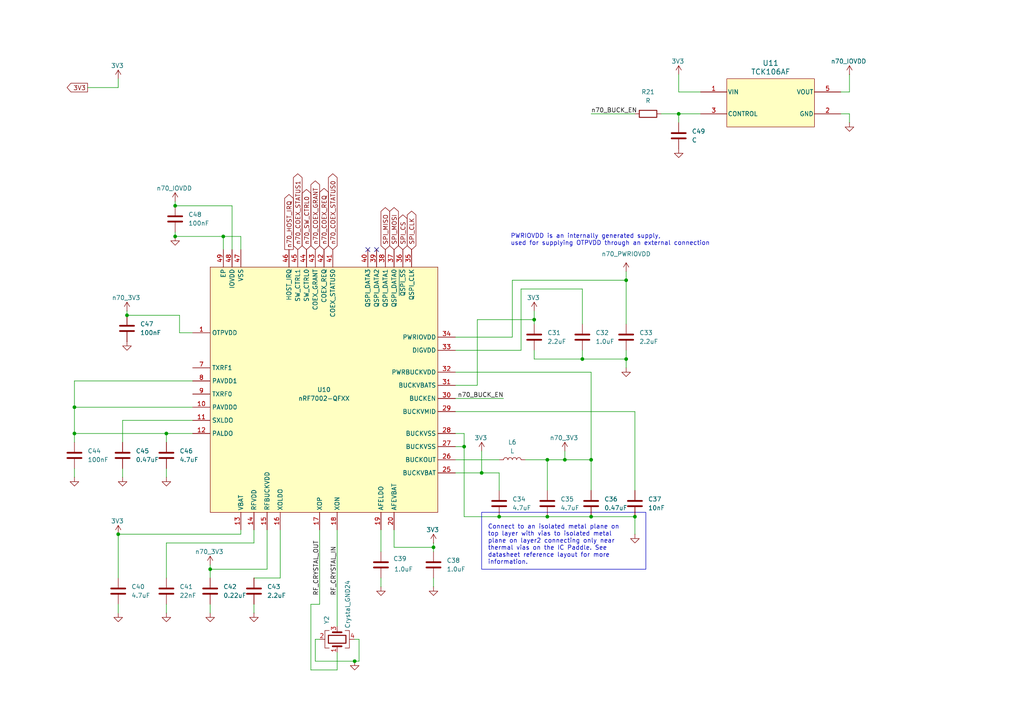
<source format=kicad_sch>
(kicad_sch (version 20250114) (generator "eeschema") (generator_version "9.0")
  (paper "A4")
  (lib_symbols
    (symbol "Device:C" (pin_numbers (hide yes)) (pin_names (offset 0.254))
      (property "Reference" "C" (at 0.635 2.54 0))
      (property "Value" "C" (at 0.635 -2.54 0))
      (symbol "C_0_1"
        (polyline (pts (xy -2.032 0.762) (xy 2.032 0.762)) (stroke (width 0.508)))
        (polyline (pts (xy -2.032 -0.762) (xy 2.032 -0.762)) (stroke (width 0.508)))
      )
      (symbol "C_1_1"
        (pin passive line (at 0 3.81 270) (length 2.794) (name "~") (number "1"))
        (pin passive line (at 0 -3.81 90) (length 2.794) (name "~") (number "2"))
      )
    )
    (symbol "Device:Crystal_GND24" (pin_names (offset 1.016) (hide yes))
      (property "Reference" "Y" (at 3.175 5.08 0))
      (property "Value" "Crystal_GND24" (at 3.175 3.175 0))
      (symbol "Crystal_GND24_0_1"
        (polyline (pts (xy -2.54 2.286) (xy -2.54 3.556) (xy 2.54 3.556) (xy 2.54 2.286)))
        (polyline (pts (xy -2.54 0) (xy -2.032 0)))
        (polyline (pts (xy -2.54 -2.286) (xy -2.54 -3.556) (xy 2.54 -3.556) (xy 2.54 -2.286)))
        (polyline (pts (xy -2.032 -1.27) (xy -2.032 1.27)) (stroke (width 0.508)))
        (rectangle (start -1.143 2.54) (end 1.143 -2.54) (stroke (width 0.3048)))
        (polyline (pts (xy 0 3.556) (xy 0 3.81)))
        (polyline (pts (xy 0 -3.81) (xy 0 -3.556)))
        (polyline (pts (xy 2.032 0) (xy 2.54 0)))
        (polyline (pts (xy 2.032 -1.27) (xy 2.032 1.27)) (stroke (width 0.508)))
      )
      (symbol "Crystal_GND24_1_1"
        (pin passive line (at -3.81 0 0) (length 1.27) (name "1") (number "1"))
        (pin passive line (at 0 5.08 270) (length 1.27) (name "2") (number "2"))
        (pin passive line (at 0 -5.08 90) (length 1.27) (name "4") (number "4"))
        (pin passive line (at 3.81 0 180) (length 1.27) (name "3") (number "3"))
      )
    )
    (symbol "Device:L" (pin_numbers (hide yes)) (pin_names (offset 1.016) (hide yes))
      (property "Reference" "L" (at -1.27 0 90))
      (property "Value" "L" (at 1.905 0 90))
      (symbol "L_0_1"
        (arc (start 0 2.54) (mid 0.6323 1.905) (end 0 1.27))
        (arc (start 0 1.27) (mid 0.6323 0.635) (end 0 0))
        (arc (start 0 0) (mid 0.6323 -0.635) (end 0 -1.27))
        (arc (start 0 -1.27) (mid 0.6323 -1.905) (end 0 -2.54))
      )
      (symbol "L_1_1"
        (pin passive line (at 0 3.81 270) (length 1.27) (name "1") (number "1"))
        (pin passive line (at 0 -3.81 90) (length 1.27) (name "2") (number "2"))
      )
    )
    (symbol "Device:R" (pin_numbers (hide yes)) (pin_names (offset 0))
      (property "Reference" "R" (at 2.032 0 90))
      (property "Value" "R" (at 0 0 90))
      (symbol "R_0_1"
        (rectangle (start -1.016 -2.54) (end 1.016 2.54) (stroke (width 0.254)))
      )
      (symbol "R_1_1"
        (pin passive line (at 0 3.81 270) (length 1.27) (name "~") (number "1"))
        (pin passive line (at 0 -3.81 90) (length 1.27) (name "~") (number "2"))
      )
    )
    (symbol "PCM_nordic-lib-kicad-nrf7:nRF7002-QFXX"
      (property "Reference" "U" (at 0 0 0))
      (property "Value" "nRF7002-QFXX" (at 0 -2.54 0))
      (symbol "nRF7002-QFXX_0_0"
        (pin power_in line (at -38.1 16.51 0) (length 5.08) (name "OTPVDD") (number "1"))
        (pin bidirectional line (at -38.1 -1.27 0) (length 5.08) (name "TXRF0") (number "9"))
        (pin power_in line (at -38.1 -5.08 0) (length 5.08) (name "PAVDD0") (number "10"))
        (pin passive line (at -38.1 -8.89 0) (length 5.08) (name "SXLDO") (number "11"))
        (pin power_out line (at -38.1 -12.7 0) (length 5.08) (name "PALDO") (number "12"))
        (pin power_in line (at -26.67 40.64 270) (length 5.08) (name "IOVDD") (number "48"))
        (pin power_in line (at -24.13 -40.64 90) (length 5.08) (name "VBAT") (number "13"))
        (pin passive line (at -20.32 -40.64 90) (length 5.08) (name "RFVDD") (number "14"))
        (pin passive line (at -16.51 -40.64 90) (length 5.08) (name "RFBUCKVDD") (number "15"))
        (pin passive line (at -12.7 -40.64 90) (length 5.08) (name "XOLDO") (number "16"))
        (pin output line (at -10.16 40.64 270) (length 5.08) (name "HOST_IRQ") (number "46"))
        (pin bidirectional line (at -7.62 40.64 270) (length 5.08) (name "SW_CTRL1") (number "45"))
        (pin output line (at -5.08 40.64 270) (length 5.08) (name "SW_CTRL0") (number "44"))
        (pin output line (at -2.54 40.64 270) (length 5.08) (name "COEX_GRANT") (number "43"))
        (pin input line (at -1.27 -40.64 90) (length 5.08) (name "XOP") (number "17"))
        (pin bidirectional line (at 0 40.64 270) (length 5.08) (name "COEX_REQ") (number "42"))
        (pin bidirectional line (at 2.54 40.64 270) (length 5.08) (name "COEX_STATUS0") (number "41"))
        (pin output line (at 3.81 -40.64 90) (length 5.08) (name "XON") (number "18"))
        (pin bidirectional line (at 12.7 40.64 270) (length 5.08) (name "QSPI_DATA3") (number "40"))
        (pin bidirectional line (at 15.24 40.64 270) (length 5.08) (name "QSPI_DATA2") (number "39"))
        (pin passive line (at 16.51 -40.64 90) (length 5.08) (name "AFELDO") (number "19"))
        (pin power_in line (at 20.32 -40.64 90) (length 5.08) (name "AFEVBAT") (number "20"))
        (pin power_in line (at 38.1 15.24 180) (length 5.08) (name "PWRIOVDD") (number "34"))
        (pin passive line (at 38.1 11.43 180) (length 5.08) (name "DIGVDD") (number "33"))
        (pin passive line (at 38.1 5.08 180) (length 5.08) (name "PWRBUCKVDD") (number "32"))
        (pin input line (at 38.1 -2.54 180) (length 5.08) (name "BUCKEN") (number "30"))
        (pin passive line (at 38.1 -12.7 180) (length 5.08) (name "BUCKVSS") (number "28"))
        (pin power_out line (at 38.1 -20.32 180) (length 5.08) (name "BUCKOUT") (number "26"))
        (pin power_in line (at 38.1 -24.13 180) (length 5.08) (name "BUCKVBAT") (number "25"))
      )
      (symbol "nRF7002-QFXX_1_0"
        (pin bidirectional line (at -38.1 6.35 0) (length 5.08) (name "TXRF1") (number "7"))
        (pin power_in line (at -38.1 2.54 0) (length 5.08) (name "PAVDD1") (number "8"))
        (pin passive line (at -29.21 40.64 270) (length 5.08) (name "EP") (number "49"))
        (pin power_in line (at -24.13 40.64 270) (length 5.08) (name "VSS") (number "47"))
        (pin bidirectional line (at 17.78 40.64 270) (length 5.08) (name "QSPI_DATA1") (number "38"))
        (pin bidirectional line (at 20.32 40.64 270) (length 5.08) (name "QSPI_DATA0") (number "37"))
        (pin input line (at 22.86 40.64 270) (length 5.08) (name "~{QSPI_SS}") (number "36"))
        (pin input line (at 25.4 40.64 270) (length 5.08) (name "QSPI_CLK") (number "35"))
        (pin power_in line (at 38.1 1.27 180) (length 5.08) (name "BUCKVBATS") (number "31"))
        (pin passive line (at 38.1 -6.35 180) (length 5.08) (name "BUCKVMID") (number "29"))
        (pin passive line (at 38.1 -16.51 180) (length 5.08) (name "BUCKVSS") (number "27"))
        (pin no_connect line (at 52.07 44.45 270) (length 5.08) (hide yes) (name "N.C.") (number "2"))
        (pin no_connect line (at 54.61 44.45 270) (length 5.08) (hide yes) (name "N.C.") (number "4"))
        (pin no_connect line (at 57.15 44.45 270) (length 5.08) (hide yes) (name "N.C.") (number "21"))
        (pin no_connect line (at 59.69 44.45 270) (length 5.08) (hide yes) (name "N.C.") (number "22"))
        (pin no_connect line (at 62.23 44.45 270) (length 5.08) (hide yes) (name "N.C.") (number "23"))
        (pin no_connect line (at 64.77 44.45 270) (length 5.08) (hide yes) (name "N.C.") (number "24"))
        (pin no_connect line (at 67.31 44.45 270) (length 5.08) (hide yes) (name "N.C.") (number "3"))
        (pin no_connect line (at 69.85 44.45 270) (length 5.08) (hide yes) (name "N.C.") (number "5"))
        (pin no_connect line (at 72.39 44.45 270) (length 5.08) (hide yes) (name "N.C.") (number "6"))
      )
      (symbol "nRF7002-QFXX_1_1"
        (rectangle (start -33.02 35.56) (end 33.02 -35.56) (fill (type background)))
      )
    )
    (symbol "TCK106AF:TCK106AF" (pin_names (offset 0.254))
      (property "Reference" "U" (at 0 12.192 0))
      (property "Value" "TCK106AF" (at 0 9.652 0))
      (symbol "TCK106AF_0_1"
        (rectangle (start -12.7 7.62) (end 12.7 -6.35) (fill (type background)))
        (pin input line (at -20.32 3.81 0) (length 7.62) (name "VIN") (number "1"))
        (pin input line (at -20.32 -2.54 0) (length 7.62) (name "CONTROL") (number "3"))
        (pin no_connect line (at 0 -13.97 90) (length 7.62) (hide yes) (name "NC") (number "4"))
        (pin output line (at 20.32 3.81 180) (length 7.62) (name "VOUT") (number "5"))
        (pin power_out line (at 20.32 -2.54 180) (length 7.62) (name "GND") (number "2"))
      )
    )
    (symbol "power:+3V3" (power) (pin_numbers (hide yes)) (pin_names (offset 0) (hide yes))
      (property "Value" "+3V3" (at 0 3.556 0))
      (symbol "+3V3_0_1"
        (polyline (pts (xy -0.762 1.27) (xy 0 2.54)))
        (polyline (pts (xy 0 2.54) (xy 0.762 1.27)))
        (polyline (pts (xy 0 0) (xy 0 2.54)))
      )
      (symbol "+3V3_1_1"
        (pin power_in line (at 0 0 90) (length 0) (name "~") (number "1"))
      )
    )
    (symbol "power:GND" (power) (pin_numbers (hide yes)) (pin_names (offset 0) (hide yes))
      (property "Value" "GND" (at 0 -3.81 0))
      (symbol "GND_0_1"
        (polyline (pts (xy 0 0) (xy 0 -1.27) (xy 1.27 -1.27) (xy 0 -2.54) (xy -1.27 -1.27) (xy 0 -1.27)))
      )
      (symbol "GND_1_1"
        (pin power_in line (at 0 0 270) (length 0) (name "~") (number "1"))
      )
    )
  )
  (rectangle (start 139.7 148.59) (end 187.325 165.1))
  (text "PWRIOVDD is an internally generated supply,\nused for supplying OTPVDD through an external connection" (at 148.082 69.596 0) (effects (font (size 1.27 1.27)) (justify left)))
  (text "Connect to an isolated metal plane on\ntop layer with vias to isolated metal\nplane on layer2 connecting only near\nthermal vias on the IC Paddle. See\ndatasheet reference layout for more\ninformation." (at 141.478 152.146 0) (effects (font (size 1.27 1.27)) (justify left top)))
  (junction (at 196.85 33.02))
  (junction (at 139.7 137.16))
  (junction (at 60.96 165.1))
  (junction (at 134.62 129.54))
  (junction (at 184.15 149.86))
  (junction (at 158.75 149.86))
  (junction (at 171.45 133.35))
  (junction (at 154.94 92.71))
  (junction (at 158.75 133.35))
  (junction (at 21.59 118.11))
  (junction (at 163.83 133.35))
  (junction (at 181.61 81.28))
  (junction (at 36.83 91.44))
  (junction (at 50.8 59.69))
  (junction (at 48.26 125.73))
  (junction (at 21.59 125.73))
  (junction (at 168.91 104.14))
  (junction (at 34.29 154.94))
  (junction (at 102.87 191.77))
  (junction (at 181.61 104.14))
  (junction (at 125.73 158.75))
  (junction (at 50.8 68.58))
  (junction (at 64.77 68.58))
  (junction (at 171.45 149.86))
  (junction (at 144.78 149.86))
  (no_connect (at 106.68 72.39))
  (no_connect (at 109.22 72.39))
  (wire (pts (xy 104.14 185.42) (xy 102.87 185.42)))
  (wire (pts (xy 60.96 175.26) (xy 60.96 177.8)))
  (wire (pts (xy 151.13 83.82) (xy 151.13 101.6)))
  (wire (pts (xy 144.78 149.86) (xy 158.75 149.86)))
  (wire (pts (xy 34.29 175.26) (xy 34.29 177.8)))
  (wire (pts (xy 48.26 125.73) (xy 48.26 128.27)))
  (wire (pts (xy 90.17 194.31) (xy 97.79 194.31)))
  (wire (pts (xy 48.26 167.64) (xy 48.26 157.48)))
  (wire (pts (xy 171.45 149.86) (xy 184.15 149.86)))
  (wire (pts (xy 132.08 107.95) (xy 171.45 107.95)))
  (wire (pts (xy 181.61 81.28) (xy 181.61 93.98)))
  (wire (pts (xy 196.85 33.02) (xy 196.85 35.56)))
  (wire (pts (xy 67.31 72.39) (xy 67.31 59.69)))
  (wire (pts (xy 196.85 33.02) (xy 203.2 33.02)))
  (wire (pts (xy 152.4 133.35) (xy 158.75 133.35)))
  (wire (pts (xy 246.38 33.02) (xy 246.38 35.56)))
  (wire (pts (xy 132.08 101.6) (xy 151.13 101.6)))
  (wire (pts (xy 125.73 158.75) (xy 125.73 160.02)))
  (wire (pts (xy 48.26 157.48) (xy 73.66 157.48)))
  (wire (pts (xy 144.78 137.16) (xy 144.78 142.24)))
  (wire (pts (xy 154.94 92.71) (xy 154.94 93.98)))
  (wire (pts (xy 34.29 154.94) (xy 34.29 167.64)))
  (wire (pts (xy 125.73 167.64) (xy 125.73 170.18)))
  (wire (pts (xy 92.71 175.26) (xy 92.71 153.67)))
  (wire (pts (xy 132.08 111.76) (xy 138.43 111.76)))
  (wire (pts (xy 69.85 68.58) (xy 64.77 68.58)))
  (wire (pts (xy 132.08 129.54) (xy 134.62 129.54)))
  (wire (pts (xy 132.08 119.38) (xy 184.15 119.38)))
  (wire (pts (xy 35.56 135.89) (xy 35.56 138.43)))
  (wire (pts (xy 148.59 81.28) (xy 181.61 81.28)))
  (wire (pts (xy 203.2 26.67) (xy 196.85 26.67)))
  (wire (pts (xy 181.61 101.6) (xy 181.61 104.14)))
  (wire (pts (xy 48.26 175.26) (xy 48.26 177.8)))
  (wire (pts (xy 134.62 149.86) (xy 144.78 149.86)))
  (wire (pts (xy 104.14 191.77) (xy 104.14 185.42)))
  (wire (pts (xy 69.85 72.39) (xy 69.85 68.58)))
  (wire (pts (xy 81.28 167.64) (xy 81.28 153.67)))
  (wire (pts (xy 184.15 119.38) (xy 184.15 142.24)))
  (wire (pts (xy 132.08 97.79) (xy 148.59 97.79)))
  (wire (pts (xy 151.13 83.82) (xy 168.91 83.82)))
  (wire (pts (xy 134.62 129.54) (xy 134.62 149.86)))
  (wire (pts (xy 60.96 165.1) (xy 60.96 167.64)))
  (wire (pts (xy 139.7 137.16) (xy 132.08 137.16)))
  (wire (pts (xy 97.79 194.31) (xy 97.79 189.23)))
  (wire (pts (xy 92.71 185.42) (xy 91.44 185.42)))
  (wire (pts (xy 35.56 121.92) (xy 35.56 128.27)))
  (wire (pts (xy 50.8 58.42) (xy 50.8 59.69)))
  (wire (pts (xy 97.79 181.61) (xy 97.79 153.67)))
  (wire (pts (xy 69.85 154.94) (xy 34.29 154.94)))
  (wire (pts (xy 25.4 25.4) (xy 34.29 25.4)))
  (wire (pts (xy 36.83 90.17) (xy 36.83 91.44)))
  (wire (pts (xy 21.59 118.11) (xy 55.88 118.11)))
  (wire (pts (xy 48.26 125.73) (xy 21.59 125.73)))
  (wire (pts (xy 21.59 110.49) (xy 21.59 118.11)))
  (wire (pts (xy 77.47 165.1) (xy 60.96 165.1)))
  (wire (pts (xy 246.38 26.67) (xy 243.84 26.67)))
  (wire (pts (xy 114.3 158.75) (xy 125.73 158.75)))
  (wire (pts (xy 132.08 115.57) (xy 146.05 115.57)))
  (wire (pts (xy 110.49 153.67) (xy 110.49 160.02)))
  (wire (pts (xy 181.61 104.14) (xy 181.61 106.68)))
  (wire (pts (xy 154.94 104.14) (xy 168.91 104.14)))
  (wire (pts (xy 171.45 33.02) (xy 184.15 33.02)))
  (wire (pts (xy 90.17 175.26) (xy 90.17 194.31)))
  (wire (pts (xy 138.43 92.71) (xy 138.43 111.76)))
  (wire (pts (xy 55.88 125.73) (xy 48.26 125.73)))
  (wire (pts (xy 246.38 21.59) (xy 246.38 26.67)))
  (wire (pts (xy 50.8 67.31) (xy 50.8 68.58)))
  (wire (pts (xy 64.77 68.58) (xy 50.8 68.58)))
  (wire (pts (xy 64.77 72.39) (xy 64.77 68.58)))
  (wire (pts (xy 154.94 101.6) (xy 154.94 104.14)))
  (wire (pts (xy 114.3 153.67) (xy 114.3 158.75)))
  (wire (pts (xy 138.43 92.71) (xy 154.94 92.71)))
  (wire (pts (xy 134.62 125.73) (xy 134.62 129.54)))
  (wire (pts (xy 139.7 137.16) (xy 144.78 137.16)))
  (wire (pts (xy 34.29 25.4) (xy 34.29 22.86)))
  (wire (pts (xy 55.88 121.92) (xy 35.56 121.92)))
  (wire (pts (xy 48.26 135.89) (xy 48.26 138.43)))
  (wire (pts (xy 184.15 149.86) (xy 184.15 154.94)))
  (wire (pts (xy 196.85 21.59) (xy 196.85 26.67)))
  (wire (pts (xy 91.44 191.77) (xy 102.87 191.77)))
  (wire (pts (xy 181.61 78.74) (xy 181.61 81.28)))
  (wire (pts (xy 102.87 191.77) (xy 104.14 191.77)))
  (wire (pts (xy 77.47 153.67) (xy 77.47 165.1)))
  (wire (pts (xy 158.75 149.86) (xy 171.45 149.86)))
  (wire (pts (xy 132.08 125.73) (xy 134.62 125.73)))
  (wire (pts (xy 191.77 33.02) (xy 196.85 33.02)))
  (wire (pts (xy 73.66 175.26) (xy 73.66 177.8)))
  (wire (pts (xy 125.73 158.75) (xy 125.73 157.48)))
  (wire (pts (xy 92.71 175.26) (xy 90.17 175.26)))
  (wire (pts (xy 154.94 90.17) (xy 154.94 92.71)))
  (wire (pts (xy 73.66 167.64) (xy 81.28 167.64)))
  (wire (pts (xy 171.45 142.24) (xy 171.45 133.35)))
  (wire (pts (xy 168.91 83.82) (xy 168.91 93.98)))
  (wire (pts (xy 55.88 110.49) (xy 21.59 110.49)))
  (wire (pts (xy 52.07 96.52) (xy 52.07 91.44)))
  (wire (pts (xy 110.49 167.64) (xy 110.49 170.18)))
  (wire (pts (xy 21.59 125.73) (xy 21.59 128.27)))
  (wire (pts (xy 55.88 96.52) (xy 52.07 96.52)))
  (wire (pts (xy 158.75 133.35) (xy 158.75 142.24)))
  (wire (pts (xy 148.59 81.28) (xy 148.59 97.79)))
  (wire (pts (xy 168.91 104.14) (xy 181.61 104.14)))
  (wire (pts (xy 163.83 130.81) (xy 163.83 133.35)))
  (wire (pts (xy 73.66 157.48) (xy 73.66 153.67)))
  (wire (pts (xy 21.59 118.11) (xy 21.59 125.73)))
  (wire (pts (xy 60.96 163.83) (xy 60.96 165.1)))
  (wire (pts (xy 163.83 133.35) (xy 158.75 133.35)))
  (wire (pts (xy 21.59 135.89) (xy 21.59 138.43)))
  (wire (pts (xy 91.44 185.42) (xy 91.44 191.77)))
  (wire (pts (xy 139.7 130.81) (xy 139.7 137.16)))
  (wire (pts (xy 69.85 153.67) (xy 69.85 154.94)))
  (wire (pts (xy 67.31 59.69) (xy 50.8 59.69)))
  (wire (pts (xy 132.08 133.35) (xy 144.78 133.35)))
  (wire (pts (xy 168.91 101.6) (xy 168.91 104.14)))
  (wire (pts (xy 243.84 33.02) (xy 246.38 33.02)))
  (wire (pts (xy 171.45 133.35) (xy 163.83 133.35)))
  (wire (pts (xy 52.07 91.44) (xy 36.83 91.44)))
  (wire (pts (xy 171.45 133.35) (xy 171.45 107.95)))
  (label "RF_CRYSTAL_IN" (at 97.79 172.72 90))
  (label "RF_CRYSTAL_OUT" (at 92.71 172.72 90))
  (label "n70_BUCK_EN" (at 171.45 33.02 0))
  (label "n70_BUCK_EN" (at 146.05 115.57 180))
  (global_label "SPI_MOSI" (shape bidirectional) (at 114.3 72.39 90) (property "Intersheetrefs" "${INTERSHEET_REFS}" (effects (hide yes))))
  (global_label "n70_COEX_REQ" (shape bidirectional) (at 93.98 72.39 90) (property "Intersheetrefs" "${INTERSHEET_REFS}" (effects (hide yes))))
  (global_label "n70_COEX_STATUS0" (shape bidirectional) (at 96.52 72.39 90) (property "Intersheetrefs" "${INTERSHEET_REFS}" (effects (hide yes))))
  (global_label "n70_SW_CTRL0" (shape bidirectional) (at 88.9 72.39 90) (property "Intersheetrefs" "${INTERSHEET_REFS}" (effects (hide yes))))
  (global_label "3V3" (shape output) (at 25.4 25.4 180) (property "Intersheetrefs" "${INTERSHEET_REFS}" (effects (hide yes))))
  (global_label "SPI_CLK" (shape bidirectional) (at 119.38 72.39 90) (property "Intersheetrefs" "${INTERSHEET_REFS}" (effects (hide yes))))
  (global_label "n70_COEX_STATUS1" (shape bidirectional) (at 86.36 72.39 90) (property "Intersheetrefs" "${INTERSHEET_REFS}" (effects (hide yes))))
  (global_label "n70_HOST_IRQ" (shape output) (at 83.82 72.39 90) (property "Intersheetrefs" "${INTERSHEET_REFS}" (effects (hide yes))))
  (global_label "SPI_CS" (shape bidirectional) (at 116.84 72.39 90) (property "Intersheetrefs" "${INTERSHEET_REFS}" (effects (hide yes))))
  (global_label "SPI_MISO" (shape bidirectional) (at 111.76 72.39 90) (property "Intersheetrefs" "${INTERSHEET_REFS}" (effects (hide yes))))
  (global_label "n70_COEX_GRANT" (shape bidirectional) (at 91.44 72.39 90) (property "Intersheetrefs" "${INTERSHEET_REFS}" (effects (hide yes))))
  (symbol (lib_id "power:+3V3") (at 154.94 90.17 0) (unit 1)
    (property "Reference" "#PWR04" (effects (hide yes)))
    (property "Value" "3V3" (at 154.686 86.36 0))
    (property "Description" "Power symbol creates a global label with name \"+3V3\"" (effects (hide yes)))
  )
  (symbol (lib_id "power:+3V3") (at 36.83 90.17 0) (unit 1)
    (property "Reference" "#PWR020" (effects (hide yes)))
    (property "Value" "n70_3V3" (at 36.576 86.36 0))
    (property "Description" "Power symbol creates a global label with name \"+3V3\"" (effects (hide yes)))
  )
  (symbol (lib_id "power:GND") (at 184.15 154.94 0) (unit 1)
    (property "Reference" "#PWR06" (effects (hide yes)))
    (property "Value" "GND" (effects (hide yes)))
    (property "Description" "Power symbol creates a global label with name \"GND\" , ground" (effects (hide yes)))
  )
  (symbol (lib_id "power:+3V3") (at 125.73 157.48 0) (unit 1)
    (property "Reference" "#PWR08" (effects (hide yes)))
    (property "Value" "3V3" (at 125.476 153.67 0))
    (property "Description" "Power symbol creates a global label with name \"+3V3\"" (effects (hide yes)))
  )
  (symbol (lib_id "Device:C") (at 168.91 97.79 0) (unit 1)
    (property "Reference" "C32" (at 172.72 96.5199 0) (effects (justify left)))
    (property "Value" "1.0uF" (at 172.72 99.0599 0) (effects (justify left)))
    (property "Description" "Unpolarized capacitor" (effects (hide yes)))
  )
  (symbol (lib_id "Device:C") (at 196.85 39.37 0) (unit 1)
    (property "Reference" "C49" (at 200.66 38.0999 0) (effects (justify left)))
    (property "Value" "C" (at 200.66 40.6399 0) (effects (justify left)))
    (property "Description" "Unpolarized capacitor" (effects (hide yes)))
  )
  (symbol (lib_id "power:+3V3") (at 34.29 22.86 0) (unit 1)
    (property "Reference" "#PWR?" (effects (hide yes)))
    (property "Value" "3V3" (at 34.036 19.05 0))
    (property "Description" "Power symbol creates a global label with name \"+3V3\"" (effects (hide yes)))
  )
  (symbol (lib_id "Device:Crystal_GND24") (at 97.79 185.42 90) (unit 1)
    (property "Reference" "Y2" (at 94.742 179.832 0))
    (property "Value" "Crystal_GND24" (at 100.838 175.26 0))
    (property "Description" "Four pin crystal, GND on pins 2 and 4" (effects (hide yes)))
  )
  (symbol (lib_id "Device:C") (at 21.59 132.08 0) (unit 1)
    (property "Reference" "C44" (at 25.4 130.8099 0) (effects (justify left)))
    (property "Value" "100nF" (at 25.4 133.3499 0) (effects (justify left)))
    (property "Description" "Unpolarized capacitor" (effects (hide yes)))
  )
  (symbol (lib_id "power:+3V3") (at 181.61 78.74 0) (unit 1)
    (property "Reference" "#PWR02" (effects (hide yes)))
    (property "Value" "n70_PWRIOVDD" (at 181.61 73.66 0))
    (property "Description" "Power symbol creates a global label with name \"+3V3\"" (effects (hide yes)))
  )
  (symbol (lib_id "Device:C") (at 73.66 171.45 0) (unit 1)
    (property "Reference" "C43" (at 77.47 170.1799 0) (effects (justify left)))
    (property "Value" "2.2uF" (at 77.47 172.7199 0) (effects (justify left)))
    (property "Description" "Unpolarized capacitor" (effects (hide yes)))
  )
  (symbol (lib_id "power:+3V3") (at 246.38 21.59 0) (unit 1)
    (property "Reference" "#PWR025" (effects (hide yes)))
    (property "Value" "n70_IOVDD" (at 246.126 17.78 0))
    (property "Description" "Power symbol creates a global label with name \"+3V3\"" (effects (hide yes)))
  )
  (symbol (lib_id "Device:C") (at 171.45 146.05 0) (unit 1)
    (property "Reference" "C36" (at 175.26 144.7799 0) (effects (justify left)))
    (property "Value" "0.47uF" (at 175.26 147.3199 0) (effects (justify left)))
    (property "Description" "Unpolarized capacitor" (effects (hide yes)))
  )
  (symbol (lib_id "Device:R") (at 187.96 33.02 90) (unit 1)
    (property "Reference" "R21" (at 187.96 26.67 90))
    (property "Value" "R" (at 187.96 29.21 90))
    (property "Description" "Resistor" (effects (hide yes)))
  )
  (symbol (lib_id "power:GND") (at 60.96 177.8 0) (unit 1)
    (property "Reference" "#PWR012" (effects (hide yes)))
    (property "Value" "GND" (effects (hide yes)))
    (property "Description" "Power symbol creates a global label with name \"GND\" , ground" (effects (hide yes)))
  )
  (symbol (lib_id "power:GND") (at 36.83 99.06 0) (unit 1)
    (property "Reference" "#PWR021" (effects (hide yes)))
    (property "Value" "GND" (effects (hide yes)))
    (property "Description" "Power symbol creates a global label with name \"GND\" , ground" (effects (hide yes)))
  )
  (symbol (lib_id "power:+3V3") (at 196.85 21.59 0) (unit 1)
    (property "Reference" "#PWR024" (effects (hide yes)))
    (property "Value" "3V3" (at 196.596 17.78 0))
    (property "Description" "Power symbol creates a global label with name \"+3V3\"" (effects (hide yes)))
  )
  (symbol (lib_id "Device:C") (at 125.73 163.83 0) (unit 1)
    (property "Reference" "C38" (at 129.54 162.5599 0) (effects (justify left)))
    (property "Value" "1.0uF" (at 129.54 165.0999 0) (effects (justify left)))
    (property "Description" "Unpolarized capacitor" (effects (hide yes)))
  )
  (symbol (lib_id "power:GND") (at 35.56 138.43 0) (unit 1)
    (property "Reference" "#PWR018" (effects (hide yes)))
    (property "Value" "GND" (effects (hide yes)))
    (property "Description" "Power symbol creates a global label with name \"GND\" , ground" (effects (hide yes)))
  )
  (symbol (lib_id "Device:C") (at 60.96 171.45 0) (unit 1)
    (property "Reference" "C42" (at 64.77 170.1799 0) (effects (justify left)))
    (property "Value" "0.22uF" (at 64.77 172.7199 0) (effects (justify left)))
    (property "Description" "Unpolarized capacitor" (effects (hide yes)))
  )
  (symbol (lib_id "Device:C") (at 154.94 97.79 0) (unit 1)
    (property "Reference" "C31" (at 158.75 96.5199 0) (effects (justify left)))
    (property "Value" "2.2uF" (at 158.75 99.0599 0) (effects (justify left)))
    (property "Description" "Unpolarized capacitor" (effects (hide yes)))
  )
  (symbol (lib_id "power:GND") (at 125.73 170.18 0) (unit 1)
    (property "Reference" "#PWR09" (effects (hide yes)))
    (property "Value" "GND" (effects (hide yes)))
    (property "Description" "Power symbol creates a global label with name \"GND\" , ground" (effects (hide yes)))
  )
  (symbol (lib_id "Device:C") (at 110.49 163.83 0) (unit 1)
    (property "Reference" "C39" (at 114.046 162.052 0) (effects (justify left)))
    (property "Value" "1.0uF" (at 114.3 165.0999 0) (effects (justify left)))
    (property "Description" "Unpolarized capacitor" (effects (hide yes)))
  )
  (symbol (lib_id "Device:C") (at 48.26 132.08 0) (unit 1)
    (property "Reference" "C46" (at 52.07 130.8099 0) (effects (justify left)))
    (property "Value" "4.7uF" (at 52.07 133.3499 0) (effects (justify left)))
    (property "Description" "Unpolarized capacitor" (effects (hide yes)))
  )
  (symbol (lib_id "Device:C") (at 181.61 97.79 0) (unit 1)
    (property "Reference" "C33" (at 185.42 96.5199 0) (effects (justify left)))
    (property "Value" "2.2uF" (at 185.42 99.0599 0) (effects (justify left)))
    (property "Description" "Unpolarized capacitor" (effects (hide yes)))
  )
  (symbol (lib_id "TCK106AF:TCK106AF") (at 223.52 30.48 0) (unit 1)
    (property "Reference" "U11" (at 223.52 18.288 0) (effects (font (size 1.524 1.524))))
    (property "Value" "TCK106AF" (at 223.52 20.828 0) (effects (font (size 1.524 1.524))))
    (property "Footprint" "SOT-25_SMV_TOS" (effects (hide yes)))
    (property "Datasheet" "https://toshiba.semicon-storage.com/info/docget.jsp?did=140341&prodName=TCK106AF" (effects (hide yes)))
  )
  (symbol (lib_id "Device:L") (at 148.59 133.35 90) (unit 1)
    (property "Reference" "L6" (at 148.59 128.27 90))
    (property "Value" "L" (at 148.59 130.81 90))
    (property "Description" "Inductor" (effects (hide yes)))
  )
  (symbol (lib_id "Device:C") (at 35.56 132.08 0) (unit 1)
    (property "Reference" "C45" (at 39.37 130.8099 0) (effects (justify left)))
    (property "Value" "0.47uF" (at 39.37 133.3499 0) (effects (justify left)))
    (property "Description" "Unpolarized capacitor" (effects (hide yes)))
  )
  (symbol (lib_id "power:+3V3") (at 34.29 154.94 0) (unit 1)
    (property "Reference" "#PWR016" (effects (hide yes)))
    (property "Value" "3V3" (at 34.036 151.13 0))
    (property "Description" "Power symbol creates a global label with name \"+3V3\"" (effects (hide yes)))
  )
  (symbol (lib_id "Device:C") (at 34.29 171.45 0) (unit 1)
    (property "Reference" "C40" (at 38.1 170.1799 0) (effects (justify left)))
    (property "Value" "4.7uF" (at 38.1 172.7199 0) (effects (justify left)))
    (property "Description" "Unpolarized capacitor" (effects (hide yes)))
  )
  (symbol (lib_id "Device:C") (at 144.78 146.05 0) (unit 1)
    (property "Reference" "C34" (at 148.59 144.7799 0) (effects (justify left)))
    (property "Value" "4.7uF" (at 148.59 147.3199 0) (effects (justify left)))
    (property "Description" "Unpolarized capacitor" (effects (hide yes)))
  )
  (symbol (lib_id "PCM_nordic-lib-kicad-nrf7:nRF7002-QFXX") (at 93.98 113.03 0) (unit 1)
    (property "Reference" "U10" (at 93.98 113.03 0))
    (property "Value" "nRF7002-QFXX" (at 93.98 115.57 0))
    (property "Footprint" "Package_DFN_QFN:QFN-48-1EP_6x6mm_P0.4mm_EP4.6x4.6mm_ThermalVias" (effects (hide yes)))
    (property "Datasheet" "https://docs.nordicsemi.com/bundle/ps_nrf7002/page/keyfeatures_html5.html" (effects (hide yes)))
    (property "Description" "2.4/5GHz Wi-Fi 6 Companion IC, SSID scanning, Matter support, QFN-48" (effects (hide yes)))
  )
  (symbol (lib_id "power:GND") (at 21.59 138.43 0) (unit 1)
    (property "Reference" "#PWR017" (effects (hide yes)))
    (property "Value" "GND" (effects (hide yes)))
    (property "Description" "Power symbol creates a global label with name \"GND\" , ground" (effects (hide yes)))
  )
  (symbol (lib_id "Device:C") (at 36.83 95.25 0) (unit 1)
    (property "Reference" "C47" (at 40.64 93.9799 0) (effects (justify left)))
    (property "Value" "100nF" (at 40.64 96.5199 0) (effects (justify left)))
    (property "Description" "Unpolarized capacitor" (effects (hide yes)))
  )
  (symbol (lib_id "power:GND") (at 34.29 177.8 0) (unit 1)
    (property "Reference" "#PWR014" (effects (hide yes)))
    (property "Value" "GND" (effects (hide yes)))
    (property "Description" "Power symbol creates a global label with name \"GND\" , ground" (effects (hide yes)))
  )
  (symbol (lib_id "power:GND") (at 181.61 106.68 0) (unit 1)
    (property "Reference" "#PWR03" (effects (hide yes)))
    (property "Value" "GND" (effects (hide yes)))
    (property "Description" "Power symbol creates a global label with name \"GND\" , ground" (effects (hide yes)))
  )
  (symbol (lib_id "power:GND") (at 110.49 170.18 0) (unit 1)
    (property "Reference" "#PWR010" (effects (hide yes)))
    (property "Value" "GND" (effects (hide yes)))
    (property "Description" "Power symbol creates a global label with name \"GND\" , ground" (effects (hide yes)))
  )
  (symbol (lib_id "power:+3V3") (at 50.8 58.42 0) (unit 1)
    (property "Reference" "#PWR022" (effects (hide yes)))
    (property "Value" "n70_IOVDD" (at 50.546 54.61 0))
    (property "Description" "Power symbol creates a global label with name \"+3V3\"" (effects (hide yes)))
  )
  (symbol (lib_id "power:GND") (at 50.8 68.58 0) (unit 1)
    (property "Reference" "#PWR023" (effects (hide yes)))
    (property "Value" "GND" (effects (hide yes)))
    (property "Description" "Power symbol creates a global label with name \"GND\" , ground" (effects (hide yes)))
  )
  (symbol (lib_id "Device:C") (at 158.75 146.05 0) (unit 1)
    (property "Reference" "C35" (at 162.56 144.7799 0) (effects (justify left)))
    (property "Value" "4.7uF" (at 162.56 147.3199 0) (effects (justify left)))
    (property "Description" "Unpolarized capacitor" (effects (hide yes)))
  )
  (symbol (lib_id "power:GND") (at 196.85 43.18 0) (unit 1)
    (property "Reference" "#PWR027" (effects (hide yes)))
    (property "Value" "GND" (effects (hide yes)))
    (property "Description" "Power symbol creates a global label with name \"GND\" , ground" (effects (hide yes)))
  )
  (symbol (lib_id "power:GND") (at 73.66 177.8 0) (unit 1)
    (property "Reference" "#PWR011" (effects (hide yes)))
    (property "Value" "GND" (effects (hide yes)))
    (property "Description" "Power symbol creates a global label with name \"GND\" , ground" (effects (hide yes)))
  )
  (symbol (lib_id "power:GND") (at 246.38 35.56 0) (unit 1)
    (property "Reference" "#PWR026" (effects (hide yes)))
    (property "Value" "GND" (effects (hide yes)))
    (property "Description" "Power symbol creates a global label with name \"GND\" , ground" (effects (hide yes)))
  )
  (symbol (lib_id "Device:C") (at 184.15 146.05 0) (unit 1)
    (property "Reference" "C37" (at 187.96 144.7799 0) (effects (justify left)))
    (property "Value" "10nF" (at 187.96 147.3199 0) (effects (justify left)))
    (property "Description" "Unpolarized capacitor" (effects (hide yes)))
  )
  (symbol (lib_id "power:GND") (at 48.26 177.8 0) (unit 1)
    (property "Reference" "#PWR013" (effects (hide yes)))
    (property "Value" "GND" (effects (hide yes)))
    (property "Description" "Power symbol creates a global label with name \"GND\" , ground" (effects (hide yes)))
  )
  (symbol (lib_id "power:+3V3") (at 60.96 163.83 0) (unit 1)
    (property "Reference" "#PWR015" (effects (hide yes)))
    (property "Value" "n70_3V3" (at 60.706 160.02 0))
    (property "Description" "Power symbol creates a global label with name \"+3V3\"" (effects (hide yes)))
  )
  (symbol (lib_id "power:+3V3") (at 163.83 130.81 0) (unit 1)
    (property "Reference" "#PWR07" (effects (hide yes)))
    (property "Value" "n70_3V3" (at 163.576 127 0))
    (property "Description" "Power symbol creates a global label with name \"+3V3\"" (effects (hide yes)))
  )
  (symbol (lib_id "power:+3V3") (at 139.7 130.81 0) (unit 1)
    (property "Reference" "#PWR05" (effects (hide yes)))
    (property "Value" "3V3" (at 139.446 127 0))
    (property "Description" "Power symbol creates a global label with name \"+3V3\"" (effects (hide yes)))
  )
  (symbol (lib_id "Device:C") (at 48.26 171.45 0) (unit 1)
    (property "Reference" "C41" (at 52.07 170.1799 0) (effects (justify left)))
    (property "Value" "22nF" (at 52.07 172.7199 0) (effects (justify left)))
    (property "Description" "Unpolarized capacitor" (effects (hide yes)))
  )
  (symbol (lib_id "power:GND") (at 102.87 191.77 0) (unit 1)
    (property "Reference" "#PWR01" (effects (hide yes)))
    (property "Value" "GND" (effects (hide yes)))
    (property "Description" "Power symbol creates a global label with name \"GND\" , ground" (effects (hide yes)))
  )
  (symbol (lib_id "power:GND") (at 48.26 138.43 0) (unit 1)
    (property "Reference" "#PWR019" (effects (hide yes)))
    (property "Value" "GND" (effects (hide yes)))
    (property "Description" "Power symbol creates a global label with name \"GND\" , ground" (effects (hide yes)))
  )
  (symbol (lib_id "Device:C") (at 50.8 63.5 0) (unit 1)
    (property "Reference" "C48" (at 54.61 62.2299 0) (effects (justify left)))
    (property "Value" "100nF" (at 54.61 64.7699 0) (effects (justify left)))
    (property "Description" "Unpolarized capacitor" (effects (hide yes)))
  )
)
</source>
